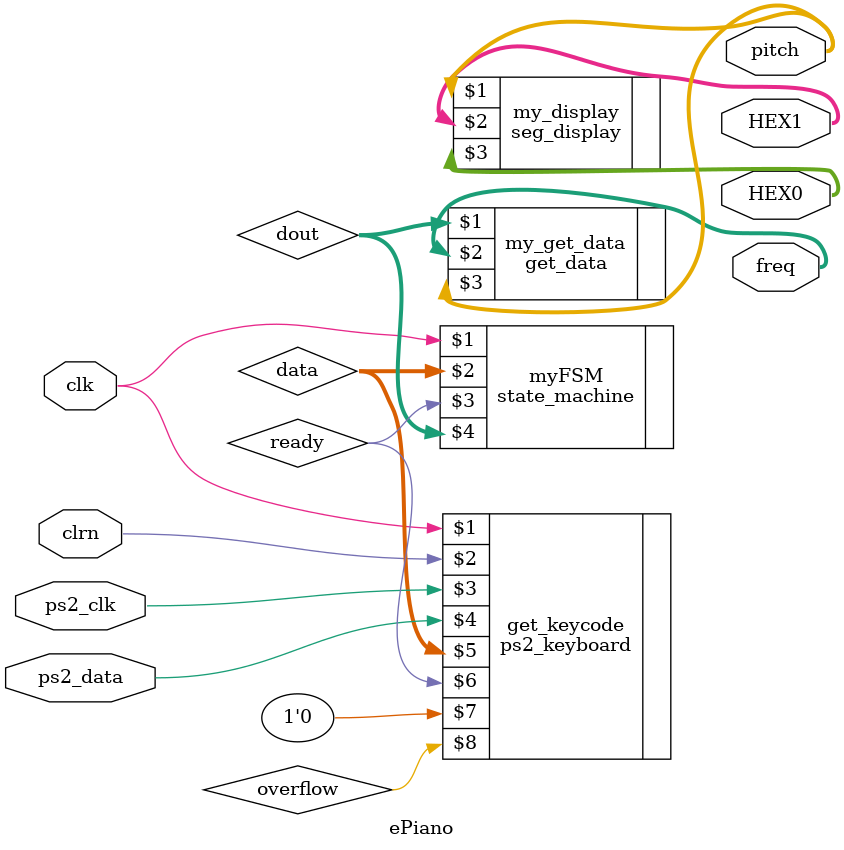
<source format=v>
module ePiano(clk, clrn, ps2_clk, ps2_data, freq, pitch, HEX1, HEX0);

input clk, clrn, ps2_clk, ps2_data;
output [15:0] freq;
output [7:0] pitch;
output [6:0] HEX1;
output [6:0] HEX0;

wire [7:0] data; // keycode
wire ready;
wire overflow;
wire [7:0] dout;

// get keycode
ps2_keyboard get_keycode(clk, clrn, ps2_clk, ps2_data, data, ready, 1'b0, overflow);

// keyboard state machine
state_machine myFSM(clk, data, ready, dout);

// keycode to freq and pitch
get_data my_get_data(dout, freq, pitch);

//display part
seg_display my_display(pitch, HEX1, HEX0);

endmodule
</source>
